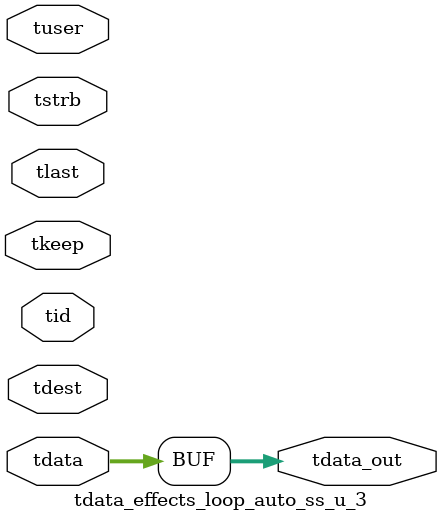
<source format=v>


`timescale 1ps/1ps

module tdata_effects_loop_auto_ss_u_3 #
(
parameter C_S_AXIS_TDATA_WIDTH = 32,
parameter C_S_AXIS_TUSER_WIDTH = 0,
parameter C_S_AXIS_TID_WIDTH   = 0,
parameter C_S_AXIS_TDEST_WIDTH = 0,
parameter C_M_AXIS_TDATA_WIDTH = 32
)
(
input  [(C_S_AXIS_TDATA_WIDTH == 0 ? 1 : C_S_AXIS_TDATA_WIDTH)-1:0     ] tdata,
input  [(C_S_AXIS_TUSER_WIDTH == 0 ? 1 : C_S_AXIS_TUSER_WIDTH)-1:0     ] tuser,
input  [(C_S_AXIS_TID_WIDTH   == 0 ? 1 : C_S_AXIS_TID_WIDTH)-1:0       ] tid,
input  [(C_S_AXIS_TDEST_WIDTH == 0 ? 1 : C_S_AXIS_TDEST_WIDTH)-1:0     ] tdest,
input  [(C_S_AXIS_TDATA_WIDTH/8)-1:0 ] tkeep,
input  [(C_S_AXIS_TDATA_WIDTH/8)-1:0 ] tstrb,
input                                                                    tlast,
output [C_M_AXIS_TDATA_WIDTH-1:0] tdata_out
);

assign tdata_out = {tdata[63:0]};

endmodule


</source>
